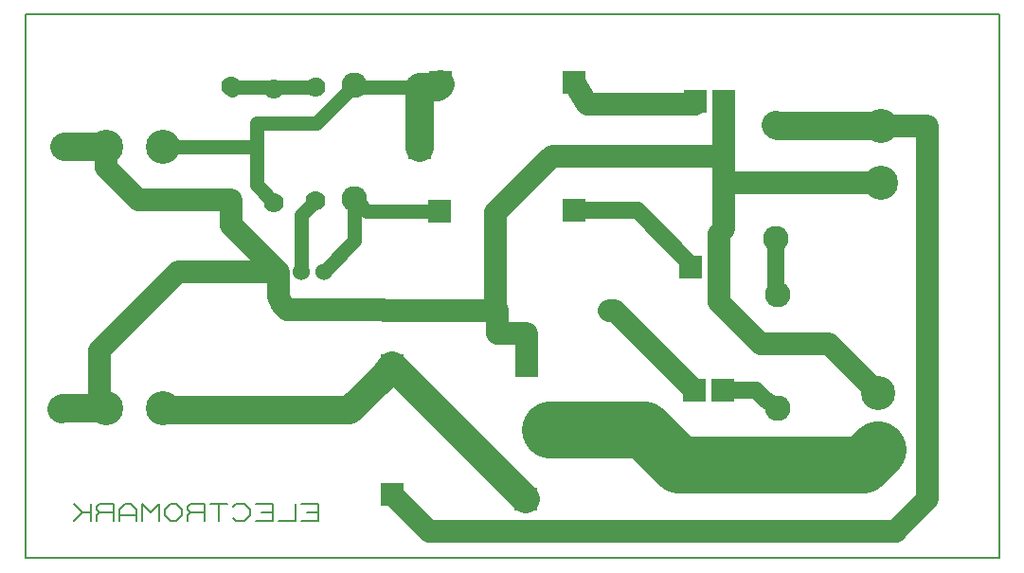
<source format=gbr>
G04 PROTEUS GERBER X2 FILE*
%TF.GenerationSoftware,Labcenter,Proteus,8.13-SP0-Build31525*%
%TF.CreationDate,2024-10-28T14:47:28+00:00*%
%TF.FileFunction,Copper,L2,Bot*%
%TF.FilePolarity,Positive*%
%TF.Part,Single*%
%TF.SameCoordinates,{34124c4d-f2d1-4a7d-b498-645d5fdee650}*%
%FSLAX45Y45*%
%MOMM*%
G01*
%TA.AperFunction,Conductor*%
%ADD15C,1.270000*%
%ADD16C,2.032000*%
%ADD17C,5.080000*%
%ADD18C,1.524000*%
%ADD19C,2.540000*%
%ADD70C,0.254000*%
%TA.AperFunction,ComponentPad*%
%ADD10C,3.048000*%
%ADD11C,1.778000*%
%ADD12C,2.286000*%
%TA.AperFunction,ComponentPad*%
%ADD13R,2.032000X2.032000*%
%TA.AperFunction,ComponentPad*%
%ADD14C,1.524000*%
%TA.AperFunction,NonConductor*%
%ADD71C,0.203200*%
%TD.AperFunction*%
D15*
X+2960000Y+4250000D02*
X+2623500Y+3913500D01*
X+2084000Y+3913500D01*
D16*
X+1860000Y+3224000D02*
X+1860000Y+2996800D01*
X+2276800Y+2580000D01*
D15*
X+2960000Y+3234000D02*
X+2960000Y+2856800D01*
X+2683200Y+2580000D01*
X+2610000Y+3214000D02*
X+2480000Y+3084000D01*
X+2480000Y+2580000D01*
X+2240000Y+4216000D02*
X+2240000Y+4230000D01*
X+2596331Y+4230000D01*
X+2619117Y+4252786D01*
X+2610000Y+4230000D01*
X+2596331Y+4230000D01*
X+2240000Y+4230000D02*
X+1886895Y+4230000D01*
X+1865571Y+4208676D01*
X+1860000Y+4240000D01*
X+3730000Y+4259299D02*
X+3773328Y+4302627D01*
X+3730000Y+4270000D01*
X+3730000Y+4259299D01*
D16*
X+7670000Y+3372000D02*
X+6268000Y+3372000D01*
X+6260000Y+3380000D01*
X+6260000Y+4100000D02*
X+6260000Y+3998400D01*
X+6260000Y+3380000D02*
X+6260000Y+2961000D01*
X+6220000Y+2921000D01*
X+6220000Y+2620000D01*
D17*
X+4710000Y+1170000D02*
X+5549590Y+1170000D01*
X+5863353Y+856237D01*
X+7504237Y+856237D01*
X+7640000Y+992000D01*
D15*
X+1250000Y+3700000D02*
X+2084000Y+3700000D01*
X+2090000Y+3700000D01*
X+2084000Y+3913500D02*
X+2084000Y+3700000D01*
X+2084000Y+3356000D01*
X+2240000Y+3200000D01*
D16*
X+1860000Y+3224000D02*
X+1026000Y+3224000D01*
X+742000Y+3508000D01*
X+742000Y+3700000D01*
D15*
X+4234000Y+2240406D02*
X+4224000Y+2230000D01*
D16*
X+4234000Y+2026000D02*
X+4234000Y+2240406D01*
D15*
X+4234000Y+2370000D01*
X+4234000Y+2026000D02*
X+4224000Y+2026000D01*
X+4224000Y+2230000D01*
D16*
X+3227675Y+2230000D01*
X+3217675Y+2240000D01*
X+2357114Y+2240000D01*
X+2313314Y+2283800D01*
X+2276800Y+2360000D01*
X+2276800Y+2580000D01*
D18*
X+6260000Y+3380000D02*
X+6260000Y+3555484D01*
D16*
X+6260000Y+3380000D01*
X+5996000Y+1520000D02*
X+5286000Y+2230000D01*
X+5240000Y+2230000D01*
D18*
X+6250000Y+1520000D02*
X+6549757Y+1520000D01*
X+6625700Y+1444057D01*
X+6740000Y+1364000D01*
X+6730000Y+2874000D02*
X+6730000Y+2390000D01*
X+6740000Y+2380000D01*
D19*
X+6730000Y+3890000D02*
X+6740000Y+3880000D01*
X+7670000Y+3880000D01*
D16*
X+7640000Y+1500000D02*
X+7200000Y+1940000D01*
X+6590000Y+1940000D01*
X+6220000Y+2310000D01*
X+6220000Y+2620000D01*
X+742000Y+1360000D02*
X+680000Y+1422000D01*
X+680000Y+1880000D01*
X+1380000Y+2580000D01*
X+2276800Y+2580000D01*
D19*
X+742000Y+3700000D02*
X+369793Y+3700000D01*
X+365899Y+3696106D01*
X+742000Y+1360000D02*
X+350000Y+1360000D01*
X+340000Y+1350000D01*
X+1250000Y+1360000D02*
X+1250000Y+1340000D01*
X+2920000Y+1340000D01*
X+3218400Y+1638400D01*
X+3300000Y+1740000D01*
D16*
X+4500000Y+1740000D02*
X+4500000Y+2026000D01*
X+4234000Y+2026000D01*
X+3300000Y+590000D02*
X+3630000Y+260000D01*
X+7800332Y+260000D01*
X+7800332Y+271489D01*
X+8080000Y+551157D01*
X+8080000Y+3880000D01*
X+7670000Y+3880000D01*
D15*
X+3720000Y+3120000D02*
X+3070000Y+3120000D01*
X+3040300Y+3149700D01*
X+2960000Y+3264000D01*
X+2960000Y+3234000D01*
D18*
X+5966000Y+2620000D02*
X+5966000Y+2650000D01*
X+5486000Y+3130000D01*
X+4920000Y+3130000D01*
D16*
X+4224000Y+2230000D02*
X+4224000Y+3110644D01*
X+4725206Y+3611850D01*
X+6233634Y+3611850D01*
X+6260000Y+3585484D01*
X+6260000Y+3555484D01*
D18*
X+6260000Y+3585484D02*
X+6260000Y+3998400D01*
X+6260000Y+4100000D01*
D16*
X+6260000Y+3998400D02*
X+6260000Y+3585484D01*
D15*
X+3730000Y+4279299D02*
X+3730000Y+4259299D01*
D16*
X+6006000Y+4100000D02*
X+6006000Y+4080000D01*
X+5044588Y+4080000D01*
X+5044589Y+4079999D01*
X+4920000Y+4270000D01*
D19*
X+4490000Y+550000D02*
X+3300000Y+1740000D01*
X+3730000Y+4259299D02*
X+3700701Y+4230000D01*
D70*
X+3487503Y+4230000D02*
X+3487503Y+4248920D01*
D15*
X+2960000Y+4250000D02*
X+2960000Y+4230000D01*
X+3487503Y+4230000D01*
D19*
X+3540000Y+3690000D02*
X+3540000Y+4230000D01*
D70*
X+3540000Y+4246597D01*
X+3542323Y+4248920D01*
D15*
X+3487503Y+4230000D02*
X+3540000Y+4230000D01*
D19*
X+3700701Y+4230000D01*
D10*
X+1250000Y+3700000D03*
X+742000Y+3700000D03*
X+1250000Y+1360000D03*
X+742000Y+1360000D03*
D11*
X+2610000Y+4230000D03*
X+2610000Y+3214000D03*
D12*
X+2960000Y+3234000D03*
X+2960000Y+4250000D03*
D13*
X+3730000Y+4270000D03*
X+3720000Y+3120000D03*
X+3540000Y+3690000D03*
X+4920000Y+4270000D03*
X+4920000Y+3130000D03*
X+6260000Y+4100000D03*
X+6006000Y+4100000D03*
X+6220000Y+2620000D03*
X+5966000Y+2620000D03*
D12*
X+6740000Y+1364000D03*
X+6740000Y+2380000D03*
D13*
X+6250000Y+1520000D03*
X+5996000Y+1520000D03*
D11*
X+5240000Y+2230000D03*
X+4224000Y+2230000D03*
X+2240000Y+3200000D03*
X+2240000Y+4216000D03*
X+1860000Y+4240000D03*
X+1860000Y+3224000D03*
D13*
X+4490000Y+550000D03*
X+4500000Y+1740000D03*
X+4710000Y+1170000D03*
X+3300000Y+590000D03*
X+3300000Y+1740000D03*
D10*
X+7640000Y+1500000D03*
X+7640000Y+992000D03*
D14*
X+2276800Y+2580000D03*
X+2480000Y+2580000D03*
X+2683200Y+2580000D03*
D10*
X+7670000Y+3880000D03*
X+7670000Y+3372000D03*
D12*
X+6730000Y+2874000D03*
X+6730000Y+3890000D03*
D71*
X+20000Y+20000D02*
X+8720000Y+20000D01*
X+8720000Y+4880000D01*
X+20000Y+4880000D01*
X+20000Y+20000D01*
X+2487600Y+356800D02*
X+2640000Y+356800D01*
X+2640000Y+509200D01*
X+2487600Y+509200D01*
X+2640000Y+433000D02*
X+2538400Y+433000D01*
X+2436800Y+509200D02*
X+2436800Y+356800D01*
X+2284400Y+356800D01*
X+2081200Y+356800D02*
X+2233600Y+356800D01*
X+2233600Y+509200D01*
X+2081200Y+509200D01*
X+2233600Y+433000D02*
X+2132000Y+433000D01*
X+1878000Y+382200D02*
X+1903400Y+356800D01*
X+1979600Y+356800D01*
X+2030400Y+407600D01*
X+2030400Y+458400D01*
X+1979600Y+509200D01*
X+1903400Y+509200D01*
X+1878000Y+483800D01*
X+1827200Y+509200D02*
X+1674800Y+509200D01*
X+1751000Y+509200D02*
X+1751000Y+356800D01*
X+1624000Y+356800D02*
X+1624000Y+509200D01*
X+1497000Y+509200D01*
X+1471600Y+483800D01*
X+1471600Y+458400D01*
X+1497000Y+433000D01*
X+1624000Y+433000D01*
X+1497000Y+433000D02*
X+1471600Y+407600D01*
X+1471600Y+356800D01*
X+1420800Y+458400D02*
X+1370000Y+509200D01*
X+1319200Y+509200D01*
X+1268400Y+458400D01*
X+1268400Y+407600D01*
X+1319200Y+356800D01*
X+1370000Y+356800D01*
X+1420800Y+407600D01*
X+1420800Y+458400D01*
X+1217600Y+356800D02*
X+1217600Y+509200D01*
X+1141400Y+433000D01*
X+1065200Y+509200D01*
X+1065200Y+356800D01*
X+1014400Y+356800D02*
X+1014400Y+458400D01*
X+963600Y+509200D01*
X+912800Y+509200D01*
X+862000Y+458400D01*
X+862000Y+356800D01*
X+1014400Y+407600D02*
X+862000Y+407600D01*
X+811200Y+356800D02*
X+811200Y+509200D01*
X+684200Y+509200D01*
X+658800Y+483800D01*
X+658800Y+458400D01*
X+684200Y+433000D01*
X+811200Y+433000D01*
X+684200Y+433000D02*
X+658800Y+407600D01*
X+658800Y+356800D01*
X+608000Y+509200D02*
X+608000Y+356800D01*
X+455600Y+509200D02*
X+531800Y+433000D01*
X+455600Y+356800D01*
X+608000Y+433000D02*
X+531800Y+433000D01*
M02*

</source>
